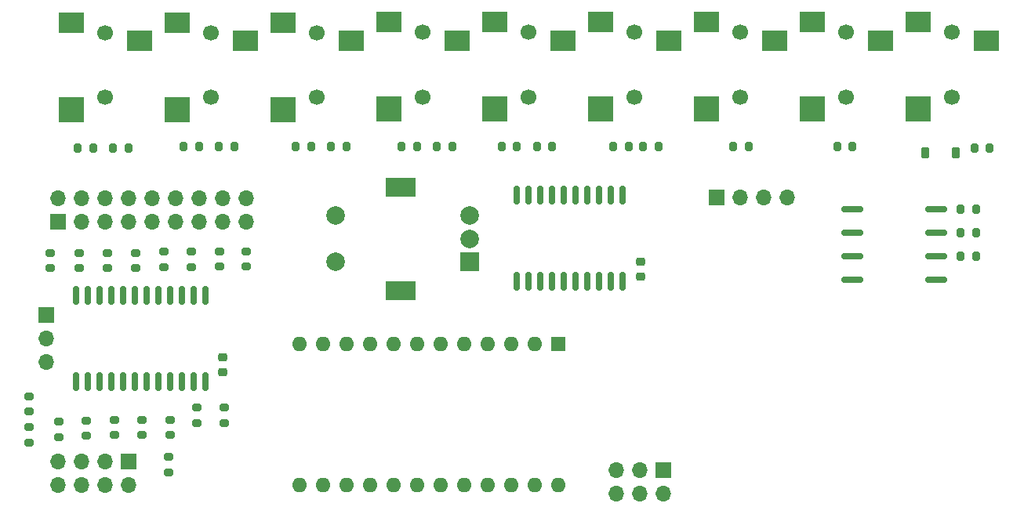
<source format=gbr>
%TF.GenerationSoftware,KiCad,Pcbnew,7.0.8*%
%TF.CreationDate,2024-01-30T11:56:13+01:00*%
%TF.ProjectId,MidiClockBox_v3,4d696469-436c-46f6-936b-426f785f7633,rev?*%
%TF.SameCoordinates,Original*%
%TF.FileFunction,Soldermask,Top*%
%TF.FilePolarity,Negative*%
%FSLAX46Y46*%
G04 Gerber Fmt 4.6, Leading zero omitted, Abs format (unit mm)*
G04 Created by KiCad (PCBNEW 7.0.8) date 2024-01-30 11:56:13*
%MOMM*%
%LPD*%
G01*
G04 APERTURE LIST*
G04 Aperture macros list*
%AMRoundRect*
0 Rectangle with rounded corners*
0 $1 Rounding radius*
0 $2 $3 $4 $5 $6 $7 $8 $9 X,Y pos of 4 corners*
0 Add a 4 corners polygon primitive as box body*
4,1,4,$2,$3,$4,$5,$6,$7,$8,$9,$2,$3,0*
0 Add four circle primitives for the rounded corners*
1,1,$1+$1,$2,$3*
1,1,$1+$1,$4,$5*
1,1,$1+$1,$6,$7*
1,1,$1+$1,$8,$9*
0 Add four rect primitives between the rounded corners*
20,1,$1+$1,$2,$3,$4,$5,0*
20,1,$1+$1,$4,$5,$6,$7,0*
20,1,$1+$1,$6,$7,$8,$9,0*
20,1,$1+$1,$8,$9,$2,$3,0*%
G04 Aperture macros list end*
%ADD10RoundRect,0.200000X-0.275000X0.200000X-0.275000X-0.200000X0.275000X-0.200000X0.275000X0.200000X0*%
%ADD11C,1.700000*%
%ADD12R,2.800000X2.200000*%
%ADD13R,2.800000X2.800000*%
%ADD14RoundRect,0.200000X-0.200000X-0.275000X0.200000X-0.275000X0.200000X0.275000X-0.200000X0.275000X0*%
%ADD15R,2.000000X2.000000*%
%ADD16C,2.000000*%
%ADD17R,3.200000X2.000000*%
%ADD18RoundRect,0.200000X0.275000X-0.200000X0.275000X0.200000X-0.275000X0.200000X-0.275000X-0.200000X0*%
%ADD19R,1.700000X1.700000*%
%ADD20O,1.700000X1.700000*%
%ADD21RoundRect,0.150000X-0.150000X0.875000X-0.150000X-0.875000X0.150000X-0.875000X0.150000X0.875000X0*%
%ADD22RoundRect,0.225000X0.250000X-0.225000X0.250000X0.225000X-0.250000X0.225000X-0.250000X-0.225000X0*%
%ADD23RoundRect,0.162500X-1.012500X-0.162500X1.012500X-0.162500X1.012500X0.162500X-1.012500X0.162500X0*%
%ADD24RoundRect,0.200000X0.200000X0.275000X-0.200000X0.275000X-0.200000X-0.275000X0.200000X-0.275000X0*%
%ADD25R,1.600000X1.600000*%
%ADD26O,1.600000X1.600000*%
%ADD27RoundRect,0.225000X-0.225000X-0.375000X0.225000X-0.375000X0.225000X0.375000X-0.225000X0.375000X0*%
G04 APERTURE END LIST*
D10*
%TO.C,R3*%
X74168000Y-96013000D03*
X74168000Y-97663000D03*
%TD*%
D11*
%TO.C,J1*%
X158767000Y-50120000D03*
X158767000Y-57120000D03*
D12*
X162467000Y-51020000D03*
X155067000Y-49020000D03*
D13*
X155067000Y-58420000D03*
%TD*%
D14*
%TO.C,R23*%
X110120000Y-62484000D03*
X111770000Y-62484000D03*
%TD*%
%TO.C,R26*%
X103135000Y-62484000D03*
X104785000Y-62484000D03*
%TD*%
D11*
%TO.C,J6*%
X124460000Y-50120000D03*
X124460000Y-57120000D03*
D12*
X128160000Y-51020000D03*
X120760000Y-49020000D03*
D13*
X120760000Y-58420000D03*
%TD*%
D15*
%TO.C,SW1*%
X106680000Y-74930000D03*
D16*
X106680000Y-69930000D03*
X106680000Y-72430000D03*
D17*
X99180000Y-78030000D03*
X99180000Y-66830000D03*
D16*
X92180000Y-69930000D03*
X92180000Y-74930000D03*
%TD*%
D18*
%TO.C,R1*%
X62280800Y-93850400D03*
X62280800Y-92200400D03*
%TD*%
%TO.C,R15*%
X67564000Y-75628000D03*
X67564000Y-73978000D03*
%TD*%
D19*
%TO.C,J4*%
X69850000Y-96520000D03*
D20*
X69850000Y-99060000D03*
X67310000Y-96520000D03*
X67310000Y-99060000D03*
X64770000Y-96520000D03*
X64770000Y-99060000D03*
X62230000Y-96520000D03*
X62230000Y-99060000D03*
%TD*%
D14*
%TO.C,R31*%
X64370000Y-62611000D03*
X66020000Y-62611000D03*
%TD*%
D19*
%TO.C,J3*%
X62240000Y-70617000D03*
D20*
X62240000Y-68077000D03*
X64780000Y-70617000D03*
X64780000Y-68077000D03*
X67320000Y-70617000D03*
X67320000Y-68077000D03*
X69860000Y-70617000D03*
X69860000Y-68077000D03*
X72400000Y-70617000D03*
X72400000Y-68077000D03*
X74940000Y-70617000D03*
X74940000Y-68077000D03*
X77480000Y-70617000D03*
X77480000Y-68077000D03*
X80020000Y-70617000D03*
X80020000Y-68077000D03*
X82560000Y-70617000D03*
X82560000Y-68077000D03*
%TD*%
D14*
%TO.C,R10*%
X161164000Y-62611000D03*
X162814000Y-62611000D03*
%TD*%
D19*
%TO.C,J2*%
X127540000Y-97460000D03*
D20*
X127540000Y-100000000D03*
X125000000Y-97460000D03*
X125000000Y-100000000D03*
X122460000Y-97460000D03*
X122460000Y-100000000D03*
%TD*%
D21*
%TO.C,U2*%
X123190000Y-67740000D03*
X121920000Y-67740000D03*
X120650000Y-67740000D03*
X119380000Y-67740000D03*
X118110000Y-67740000D03*
X116840000Y-67740000D03*
X115570000Y-67740000D03*
X114300000Y-67740000D03*
X113030000Y-67740000D03*
X111760000Y-67740000D03*
X111760000Y-77040000D03*
X113030000Y-77040000D03*
X114300000Y-77040000D03*
X115570000Y-77040000D03*
X116840000Y-77040000D03*
X118110000Y-77040000D03*
X119380000Y-77040000D03*
X120650000Y-77040000D03*
X121920000Y-77040000D03*
X123190000Y-77040000D03*
%TD*%
D18*
%TO.C,R9*%
X82550000Y-75438000D03*
X82550000Y-73788000D03*
%TD*%
%TO.C,R12*%
X76581000Y-75501000D03*
X76581000Y-73851000D03*
%TD*%
D14*
%TO.C,R19*%
X159665400Y-74320400D03*
X161315400Y-74320400D03*
%TD*%
D22*
%TO.C,C1*%
X125095000Y-76480000D03*
X125095000Y-74930000D03*
%TD*%
D11*
%TO.C,J15*%
X147337000Y-50120000D03*
X147337000Y-57120000D03*
D12*
X151037000Y-51020000D03*
X143637000Y-49020000D03*
D13*
X143637000Y-58420000D03*
%TD*%
D14*
%TO.C,R21*%
X122160000Y-62484000D03*
X123810000Y-62484000D03*
%TD*%
D18*
%TO.C,R5*%
X65278000Y-93726000D03*
X65278000Y-92076000D03*
%TD*%
D14*
%TO.C,R25*%
X99315000Y-62484000D03*
X100965000Y-62484000D03*
%TD*%
D10*
%TO.C,R28*%
X59055000Y-92810000D03*
X59055000Y-94460000D03*
%TD*%
D14*
%TO.C,R29*%
X87895000Y-62484000D03*
X89545000Y-62484000D03*
%TD*%
D18*
%TO.C,R16*%
X64516000Y-75628000D03*
X64516000Y-73978000D03*
%TD*%
D14*
%TO.C,R33*%
X75800000Y-62484000D03*
X77450000Y-62484000D03*
%TD*%
D18*
%TO.C,R27*%
X59055000Y-91122000D03*
X59055000Y-89472000D03*
%TD*%
%TO.C,R13*%
X73660000Y-75502000D03*
X73660000Y-73852000D03*
%TD*%
D14*
%TO.C,R34*%
X79610000Y-62484000D03*
X81260000Y-62484000D03*
%TD*%
D18*
%TO.C,R17*%
X61341000Y-75628000D03*
X61341000Y-73978000D03*
%TD*%
D10*
%TO.C,R8*%
X80137000Y-90679000D03*
X80137000Y-92329000D03*
%TD*%
D14*
%TO.C,R30*%
X91705000Y-62484000D03*
X93355000Y-62484000D03*
%TD*%
D23*
%TO.C,U3*%
X147955000Y-69215000D03*
X147955000Y-71755000D03*
X147955000Y-74295000D03*
X147955000Y-76835000D03*
X157005000Y-76835000D03*
X157005000Y-74295000D03*
X157005000Y-71755000D03*
X157005000Y-69215000D03*
%TD*%
D21*
%TO.C,U1*%
X78105000Y-78535000D03*
X76835000Y-78535000D03*
X75565000Y-78535000D03*
X74295000Y-78535000D03*
X73025000Y-78535000D03*
X71755000Y-78535000D03*
X70485000Y-78535000D03*
X69215000Y-78535000D03*
X67945000Y-78535000D03*
X66675000Y-78535000D03*
X65405000Y-78535000D03*
X64135000Y-78535000D03*
X64135000Y-87835000D03*
X65405000Y-87835000D03*
X66675000Y-87835000D03*
X67945000Y-87835000D03*
X69215000Y-87835000D03*
X70485000Y-87835000D03*
X71755000Y-87835000D03*
X73025000Y-87835000D03*
X74295000Y-87835000D03*
X75565000Y-87835000D03*
X76835000Y-87835000D03*
X78105000Y-87835000D03*
%TD*%
D24*
%TO.C,R20*%
X161315400Y-69240400D03*
X159665400Y-69240400D03*
%TD*%
D11*
%TO.C,J14*%
X135907000Y-50120000D03*
X135907000Y-57120000D03*
D12*
X139607000Y-51020000D03*
X132207000Y-49020000D03*
D13*
X132207000Y-58420000D03*
%TD*%
D11*
%TO.C,J12*%
X67310000Y-50150000D03*
X67310000Y-57150000D03*
D12*
X71010000Y-51050000D03*
X63610000Y-49050000D03*
D13*
X63610000Y-58450000D03*
%TD*%
D10*
%TO.C,R4*%
X74295000Y-92012000D03*
X74295000Y-93662000D03*
%TD*%
D14*
%TO.C,R22*%
X125390000Y-62484000D03*
X127040000Y-62484000D03*
%TD*%
D18*
%TO.C,R11*%
X79629000Y-75438000D03*
X79629000Y-73788000D03*
%TD*%
D19*
%TO.C,J9*%
X60960000Y-80645000D03*
D20*
X60960000Y-83185000D03*
X60960000Y-85725000D03*
%TD*%
D14*
%TO.C,R35*%
X135128000Y-62484000D03*
X136778000Y-62484000D03*
%TD*%
D25*
%TO.C,J5*%
X116210000Y-83815000D03*
D26*
X113670000Y-83815000D03*
X111130000Y-83815000D03*
X108590000Y-83815000D03*
X106050000Y-83815000D03*
X103510000Y-83815000D03*
X100970000Y-83815000D03*
X98430000Y-83815000D03*
X95890000Y-83815000D03*
X93350000Y-83815000D03*
X90810000Y-83815000D03*
X88270000Y-83815000D03*
X88270000Y-99055000D03*
X90810000Y-99055000D03*
X93350000Y-99055000D03*
X95890000Y-99055000D03*
X98430000Y-99055000D03*
X100970000Y-99055000D03*
X103510000Y-99055000D03*
X106050000Y-99055000D03*
X108590000Y-99055000D03*
X111130000Y-99055000D03*
X113670000Y-99055000D03*
X116210000Y-99055000D03*
%TD*%
D14*
%TO.C,R36*%
X146332000Y-62484000D03*
X147982000Y-62484000D03*
%TD*%
D10*
%TO.C,R2*%
X71247000Y-92012000D03*
X71247000Y-93662000D03*
%TD*%
D14*
%TO.C,R24*%
X113919000Y-62484000D03*
X115569000Y-62484000D03*
%TD*%
D11*
%TO.C,J8*%
X101600000Y-50120000D03*
X101600000Y-57120000D03*
D12*
X105300000Y-51020000D03*
X97900000Y-49020000D03*
D13*
X97900000Y-58420000D03*
%TD*%
D18*
%TO.C,R6*%
X68326000Y-93662000D03*
X68326000Y-92012000D03*
%TD*%
D22*
%TO.C,C2*%
X80010000Y-86820000D03*
X80010000Y-85270000D03*
%TD*%
D11*
%TO.C,J7*%
X113030000Y-50120000D03*
X113030000Y-57120000D03*
D12*
X116730000Y-51020000D03*
X109330000Y-49020000D03*
D13*
X109330000Y-58420000D03*
%TD*%
D18*
%TO.C,R14*%
X70612000Y-75629000D03*
X70612000Y-73979000D03*
%TD*%
D11*
%TO.C,J11*%
X90170000Y-50150000D03*
X90170000Y-57150000D03*
D12*
X93870000Y-51050000D03*
X86470000Y-49050000D03*
D13*
X86470000Y-58450000D03*
%TD*%
D27*
%TO.C,D1*%
X155830000Y-63119000D03*
X159130000Y-63119000D03*
%TD*%
D10*
%TO.C,R7*%
X77216000Y-90679000D03*
X77216000Y-92329000D03*
%TD*%
D14*
%TO.C,R32*%
X68180000Y-62611000D03*
X69830000Y-62611000D03*
%TD*%
%TO.C,R18*%
X159665400Y-71780400D03*
X161315400Y-71780400D03*
%TD*%
D19*
%TO.C,J10*%
X133350000Y-67945000D03*
D20*
X135890000Y-67945000D03*
X138430000Y-67945000D03*
X140970000Y-67945000D03*
%TD*%
D11*
%TO.C,J13*%
X78740000Y-50150000D03*
X78740000Y-57150000D03*
D12*
X82440000Y-51050000D03*
X75040000Y-49050000D03*
D13*
X75040000Y-58450000D03*
%TD*%
M02*

</source>
